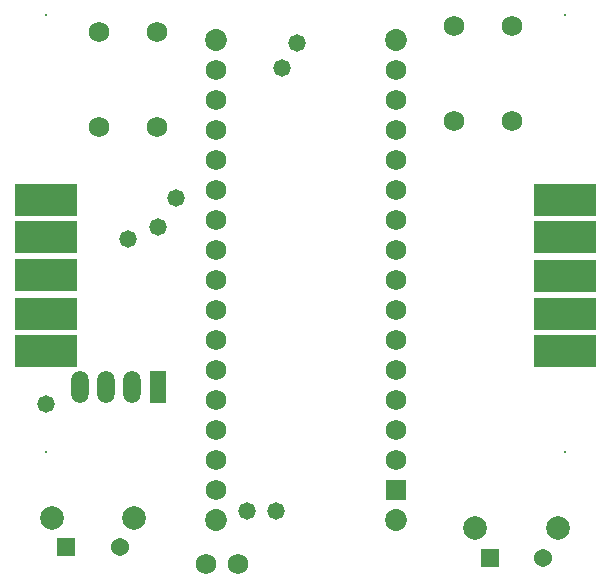
<source format=gbr>
%TF.GenerationSoftware,Altium Limited,Altium Designer,24.4.1 (13)*%
G04 Layer_Color=8388736*
%FSLAX45Y45*%
%MOMM*%
%TF.SameCoordinates,E812156F-5FB4-45FE-B866-EF37BABFEDD0*%
%TF.FilePolarity,Negative*%
%TF.FileFunction,Soldermask,Top*%
%TF.Part,Single*%
G01*
G75*
%TA.AperFunction,ComponentPad*%
%ADD15C,2.00000*%
%ADD16C,1.54000*%
%ADD17R,1.54000X1.54000*%
%TA.AperFunction,SMDPad,CuDef*%
%ADD25R,5.28320X2.74320*%
%TA.AperFunction,ComponentPad*%
%ADD26C,1.72720*%
%ADD27C,1.85420*%
%ADD28R,1.72720X1.72720*%
%ADD29C,0.20320*%
%ADD30O,1.47320X2.74320*%
%ADD31R,1.47320X2.74320*%
%TA.AperFunction,ViaPad*%
%ADD32C,1.47320*%
D15*
X8550498Y7988498D02*
D03*
X7849498D02*
D03*
X11434499Y7898999D02*
D03*
X12135498D02*
D03*
D16*
X8424996Y7739502D02*
D03*
X12009997Y7650002D02*
D03*
D17*
X7975000Y7739502D02*
D03*
X11559995Y7650002D02*
D03*
D25*
X7800000Y9717502D02*
D03*
Y9400002D02*
D03*
Y10047702D02*
D03*
Y10365202D02*
D03*
Y10682702D02*
D03*
X12200001Y9717502D02*
D03*
Y10035002D02*
D03*
Y10682702D02*
D03*
Y9400002D02*
D03*
Y10365202D02*
D03*
D26*
X11255002Y12149999D02*
D03*
Y11350000D02*
D03*
X11744998D02*
D03*
X11745003Y12149999D02*
D03*
X9238000Y8730000D02*
D03*
Y8984000D02*
D03*
Y9492000D02*
D03*
Y9746000D02*
D03*
Y10000000D02*
D03*
Y10254000D02*
D03*
Y10508000D02*
D03*
Y10762000D02*
D03*
Y11270000D02*
D03*
Y11524000D02*
D03*
Y11778000D02*
D03*
X10762000D02*
D03*
Y11524000D02*
D03*
Y11270000D02*
D03*
Y11016000D02*
D03*
Y8730000D02*
D03*
Y8476000D02*
D03*
X9238000Y9238000D02*
D03*
X10762000Y9746000D02*
D03*
X9238000Y11016000D02*
D03*
X10762000Y9238000D02*
D03*
Y10762000D02*
D03*
Y10508000D02*
D03*
Y10254000D02*
D03*
Y10000000D02*
D03*
Y9492000D02*
D03*
X9238000Y8222000D02*
D03*
Y8476000D02*
D03*
X10762000Y8984000D02*
D03*
X9426998Y7599998D02*
D03*
X9160298D02*
D03*
X8254998Y12100001D02*
D03*
Y11299998D02*
D03*
X8745000D02*
D03*
Y12100001D02*
D03*
D27*
X10762000Y12032000D02*
D03*
X9238000D02*
D03*
Y7968000D02*
D03*
X10762000D02*
D03*
D28*
Y8222000D02*
D03*
D29*
X7800000Y12250000D02*
D03*
X12200001Y8550001D02*
D03*
X7800000Y8550000D02*
D03*
X12200000Y12250001D02*
D03*
D30*
X8530001Y9100002D02*
D03*
X8310001D02*
D03*
X8090002D02*
D03*
D31*
X8750005D02*
D03*
D32*
X9750000Y8050000D02*
D03*
X9929388Y12007500D02*
D03*
X9500000Y8050000D02*
D03*
X9800000Y11800000D02*
D03*
X8500000Y10350000D02*
D03*
X8750000Y10450000D02*
D03*
X8900000Y10700000D02*
D03*
X7800000Y8950000D02*
D03*
%TF.MD5,c971491858478044616f9baa13f2ac19*%
M02*

</source>
